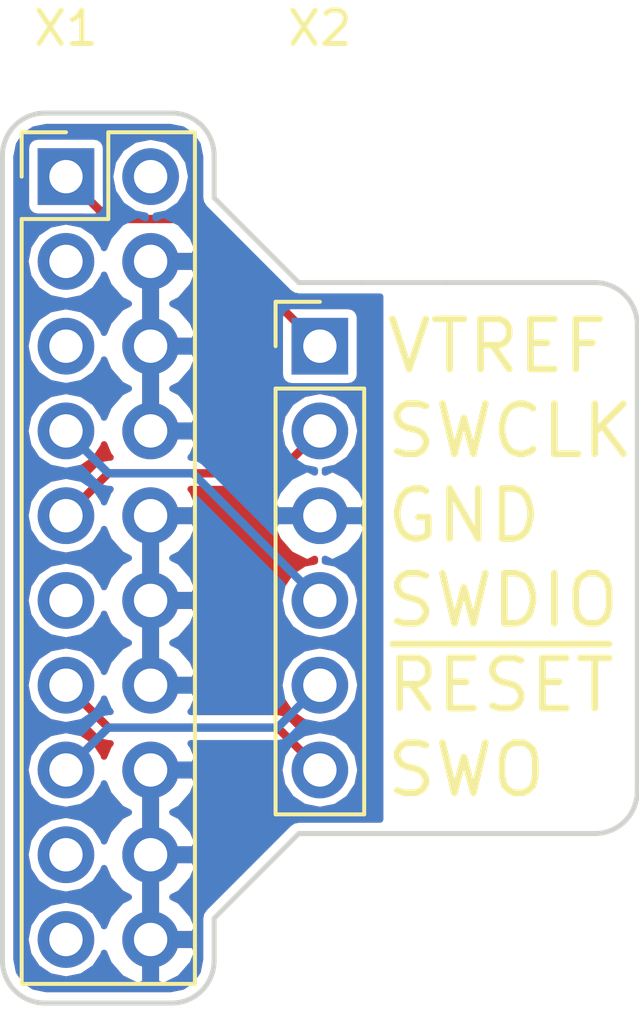
<source format=kicad_pcb>
(kicad_pcb (version 4) (host pcbnew 4.0.7)

  (general
    (links 14)
    (no_connects 0)
    (area 0 0 0 0)
    (thickness 1.6)
    (drawings 24)
    (tracks 19)
    (zones 0)
    (modules 2)
    (nets 7)
  )

  (page USLetter)
  (title_block
    (title "28-Pin to 6-Pin SWD Adapter")
    (date 2018-05-27)
    (rev 1)
    (company "Alex M.")
  )

  (layers
    (0 F.Cu signal)
    (31 B.Cu signal)
    (32 B.Adhes user)
    (33 F.Adhes user)
    (34 B.Paste user)
    (35 F.Paste user)
    (36 B.SilkS user)
    (37 F.SilkS user)
    (38 B.Mask user)
    (39 F.Mask user)
    (40 Dwgs.User user)
    (41 Cmts.User user)
    (42 Eco1.User user)
    (43 Eco2.User user)
    (44 Edge.Cuts user)
    (45 Margin user)
    (46 B.CrtYd user)
    (47 F.CrtYd user)
    (48 B.Fab user)
    (49 F.Fab user hide)
  )

  (setup
    (last_trace_width 0.25)
    (trace_clearance 0.2)
    (zone_clearance 0.25)
    (zone_45_only no)
    (trace_min 0.2)
    (segment_width 0.2)
    (edge_width 0.15)
    (via_size 0.6)
    (via_drill 0.4)
    (via_min_size 0.4)
    (via_min_drill 0.3)
    (uvia_size 0.3)
    (uvia_drill 0.1)
    (uvias_allowed no)
    (uvia_min_size 0.2)
    (uvia_min_drill 0.1)
    (pcb_text_width 0.3)
    (pcb_text_size 1.5 1.5)
    (mod_edge_width 0.15)
    (mod_text_size 1 1)
    (mod_text_width 0.15)
    (pad_size 1.524 1.524)
    (pad_drill 0.762)
    (pad_to_mask_clearance 0.2)
    (aux_axis_origin 0 0)
    (visible_elements FFFFFF7F)
    (pcbplotparams
      (layerselection 0x00030_80000001)
      (usegerberextensions false)
      (excludeedgelayer true)
      (linewidth 0.100000)
      (plotframeref false)
      (viasonmask false)
      (mode 1)
      (useauxorigin false)
      (hpglpennumber 1)
      (hpglpenspeed 20)
      (hpglpendiameter 15)
      (hpglpenoverlay 2)
      (psnegative false)
      (psa4output false)
      (plotreference true)
      (plotvalue true)
      (plotinvisibletext false)
      (padsonsilk false)
      (subtractmaskfromsilk false)
      (outputformat 1)
      (mirror false)
      (drillshape 1)
      (scaleselection 1)
      (outputdirectory ""))
  )

  (net 0 "")
  (net 1 VTref)
  (net 2 GND)
  (net 3 TMS)
  (net 4 TCK)
  (net 5 TDO)
  (net 6 ~RESET)

  (net_class Default "This is the default net class."
    (clearance 0.2)
    (trace_width 0.25)
    (via_dia 0.6)
    (via_drill 0.4)
    (uvia_dia 0.3)
    (uvia_drill 0.1)
    (add_net GND)
    (add_net TCK)
    (add_net TDO)
    (add_net TMS)
    (add_net VTref)
    (add_net ~RESET)
  )

  (module Pin_Headers:Pin_Header_Straight_2x10_Pitch2.54mm (layer F.Cu) (tedit 5B0B01C3) (tstamp 5B0AFE8B)
    (at 132.08 88.9)
    (descr "Through hole straight pin header, 2x10, 2.54mm pitch, double rows")
    (tags "Through hole pin header THT 2x10 2.54mm double row")
    (path /5B0AF9AA)
    (fp_text reference X1 (at 0 -4.445) (layer F.SilkS)
      (effects (font (size 1 1) (thickness 0.15)))
    )
    (fp_text value "Socket 2x10" (at 1.27 29.845 90) (layer F.Fab)
      (effects (font (size 1 1) (thickness 0.15)))
    )
    (fp_line (start 0 -1.27) (end 3.81 -1.27) (layer F.Fab) (width 0.1))
    (fp_line (start 3.81 -1.27) (end 3.81 24.13) (layer F.Fab) (width 0.1))
    (fp_line (start 3.81 24.13) (end -1.27 24.13) (layer F.Fab) (width 0.1))
    (fp_line (start -1.27 24.13) (end -1.27 0) (layer F.Fab) (width 0.1))
    (fp_line (start -1.27 0) (end 0 -1.27) (layer F.Fab) (width 0.1))
    (fp_line (start -1.33 24.19) (end 3.87 24.19) (layer F.SilkS) (width 0.12))
    (fp_line (start -1.33 1.27) (end -1.33 24.19) (layer F.SilkS) (width 0.12))
    (fp_line (start 3.87 -1.33) (end 3.87 24.19) (layer F.SilkS) (width 0.12))
    (fp_line (start -1.33 1.27) (end 1.27 1.27) (layer F.SilkS) (width 0.12))
    (fp_line (start 1.27 1.27) (end 1.27 -1.33) (layer F.SilkS) (width 0.12))
    (fp_line (start 1.27 -1.33) (end 3.87 -1.33) (layer F.SilkS) (width 0.12))
    (fp_line (start -1.33 0) (end -1.33 -1.33) (layer F.SilkS) (width 0.12))
    (fp_line (start -1.33 -1.33) (end 0 -1.33) (layer F.SilkS) (width 0.12))
    (fp_line (start -1.8 -1.8) (end -1.8 24.65) (layer F.CrtYd) (width 0.05))
    (fp_line (start -1.8 24.65) (end 4.35 24.65) (layer F.CrtYd) (width 0.05))
    (fp_line (start 4.35 24.65) (end 4.35 -1.8) (layer F.CrtYd) (width 0.05))
    (fp_line (start 4.35 -1.8) (end -1.8 -1.8) (layer F.CrtYd) (width 0.05))
    (fp_text user %R (at 1.27 11.43 90) (layer F.Fab)
      (effects (font (size 1 1) (thickness 0.15)))
    )
    (pad 1 thru_hole rect (at 0 0) (size 1.7 1.7) (drill 1) (layers *.Cu *.Mask)
      (net 1 VTref))
    (pad 2 thru_hole oval (at 2.54 0) (size 1.7 1.7) (drill 1) (layers *.Cu *.Mask))
    (pad 3 thru_hole oval (at 0 2.54) (size 1.7 1.7) (drill 1) (layers *.Cu *.Mask))
    (pad 4 thru_hole oval (at 2.54 2.54) (size 1.7 1.7) (drill 1) (layers *.Cu *.Mask)
      (net 2 GND))
    (pad 5 thru_hole oval (at 0 5.08) (size 1.7 1.7) (drill 1) (layers *.Cu *.Mask))
    (pad 6 thru_hole oval (at 2.54 5.08) (size 1.7 1.7) (drill 1) (layers *.Cu *.Mask)
      (net 2 GND))
    (pad 7 thru_hole oval (at 0 7.62) (size 1.7 1.7) (drill 1) (layers *.Cu *.Mask)
      (net 3 TMS))
    (pad 8 thru_hole oval (at 2.54 7.62) (size 1.7 1.7) (drill 1) (layers *.Cu *.Mask)
      (net 2 GND))
    (pad 9 thru_hole oval (at 0 10.16) (size 1.7 1.7) (drill 1) (layers *.Cu *.Mask)
      (net 4 TCK))
    (pad 10 thru_hole oval (at 2.54 10.16) (size 1.7 1.7) (drill 1) (layers *.Cu *.Mask)
      (net 2 GND))
    (pad 11 thru_hole oval (at 0 12.7) (size 1.7 1.7) (drill 1) (layers *.Cu *.Mask))
    (pad 12 thru_hole oval (at 2.54 12.7) (size 1.7 1.7) (drill 1) (layers *.Cu *.Mask)
      (net 2 GND))
    (pad 13 thru_hole oval (at 0 15.24) (size 1.7 1.7) (drill 1) (layers *.Cu *.Mask)
      (net 5 TDO))
    (pad 14 thru_hole oval (at 2.54 15.24) (size 1.7 1.7) (drill 1) (layers *.Cu *.Mask)
      (net 2 GND))
    (pad 15 thru_hole oval (at 0 17.78) (size 1.7 1.7) (drill 1) (layers *.Cu *.Mask)
      (net 6 ~RESET))
    (pad 16 thru_hole oval (at 2.54 17.78) (size 1.7 1.7) (drill 1) (layers *.Cu *.Mask)
      (net 2 GND))
    (pad 17 thru_hole oval (at 0 20.32) (size 1.7 1.7) (drill 1) (layers *.Cu *.Mask))
    (pad 18 thru_hole oval (at 2.54 20.32) (size 1.7 1.7) (drill 1) (layers *.Cu *.Mask)
      (net 2 GND))
    (pad 19 thru_hole oval (at 0 22.86) (size 1.7 1.7) (drill 1) (layers *.Cu *.Mask))
    (pad 20 thru_hole oval (at 2.54 22.86) (size 1.7 1.7) (drill 1) (layers *.Cu *.Mask)
      (net 2 GND))
    (model ${KISYS3DMOD}/Pin_Headers.3dshapes/Pin_Header_Straight_2x10_Pitch2.54mm.wrl
      (at (xyz 0 0 0))
      (scale (xyz 1 1 1))
      (rotate (xyz 0 0 0))
    )
  )

  (module Pin_Headers:Pin_Header_Straight_1x06_Pitch2.54mm (layer F.Cu) (tedit 5B0B01BD) (tstamp 5B0B0234)
    (at 139.7 93.98)
    (descr "Through hole straight pin header, 1x06, 2.54mm pitch, single row")
    (tags "Through hole pin header THT 1x06 2.54mm single row")
    (path /5B0AFCB5)
    (fp_text reference X2 (at 0 -9.525) (layer F.SilkS)
      (effects (font (size 1 1) (thickness 0.15)))
    )
    (fp_text value "Header 1x6" (at 0 19.685 90) (layer F.Fab)
      (effects (font (size 1 1) (thickness 0.15)))
    )
    (fp_line (start -0.635 -1.27) (end 1.27 -1.27) (layer F.Fab) (width 0.1))
    (fp_line (start 1.27 -1.27) (end 1.27 13.97) (layer F.Fab) (width 0.1))
    (fp_line (start 1.27 13.97) (end -1.27 13.97) (layer F.Fab) (width 0.1))
    (fp_line (start -1.27 13.97) (end -1.27 -0.635) (layer F.Fab) (width 0.1))
    (fp_line (start -1.27 -0.635) (end -0.635 -1.27) (layer F.Fab) (width 0.1))
    (fp_line (start -1.33 14.03) (end 1.33 14.03) (layer F.SilkS) (width 0.12))
    (fp_line (start -1.33 1.27) (end -1.33 14.03) (layer F.SilkS) (width 0.12))
    (fp_line (start 1.33 1.27) (end 1.33 14.03) (layer F.SilkS) (width 0.12))
    (fp_line (start -1.33 1.27) (end 1.33 1.27) (layer F.SilkS) (width 0.12))
    (fp_line (start -1.33 0) (end -1.33 -1.33) (layer F.SilkS) (width 0.12))
    (fp_line (start -1.33 -1.33) (end 0 -1.33) (layer F.SilkS) (width 0.12))
    (fp_line (start -1.8 -1.8) (end -1.8 14.5) (layer F.CrtYd) (width 0.05))
    (fp_line (start -1.8 14.5) (end 1.8 14.5) (layer F.CrtYd) (width 0.05))
    (fp_line (start 1.8 14.5) (end 1.8 -1.8) (layer F.CrtYd) (width 0.05))
    (fp_line (start 1.8 -1.8) (end -1.8 -1.8) (layer F.CrtYd) (width 0.05))
    (fp_text user %R (at 0 6.35 90) (layer F.Fab)
      (effects (font (size 1 1) (thickness 0.15)))
    )
    (pad 1 thru_hole rect (at 0 0) (size 1.7 1.7) (drill 1) (layers *.Cu *.Mask)
      (net 1 VTref))
    (pad 2 thru_hole oval (at 0 2.54) (size 1.7 1.7) (drill 1) (layers *.Cu *.Mask)
      (net 4 TCK))
    (pad 3 thru_hole oval (at 0 5.08) (size 1.7 1.7) (drill 1) (layers *.Cu *.Mask)
      (net 2 GND))
    (pad 4 thru_hole oval (at 0 7.62) (size 1.7 1.7) (drill 1) (layers *.Cu *.Mask)
      (net 3 TMS))
    (pad 5 thru_hole oval (at 0 10.16) (size 1.7 1.7) (drill 1) (layers *.Cu *.Mask)
      (net 6 ~RESET))
    (pad 6 thru_hole oval (at 0 12.7) (size 1.7 1.7) (drill 1) (layers *.Cu *.Mask)
      (net 5 TDO))
    (model ${KISYS3DMOD}/Pin_Headers.3dshapes/Pin_Header_Straight_1x06_Pitch2.54mm.wrl
      (at (xyz 0 0 0))
      (scale (xyz 1 1 1))
      (rotate (xyz 0 0 0))
    )
  )

  (gr_line (start 139.065 92.075) (end 140.97 92.075) (angle 90) (layer Edge.Cuts) (width 0.15))
  (gr_line (start 136.525 89.535) (end 139.065 92.075) (angle 90) (layer Edge.Cuts) (width 0.15))
  (gr_line (start 139.065 108.585) (end 147.955 108.585) (angle 90) (layer Edge.Cuts) (width 0.15))
  (gr_line (start 136.525 111.125) (end 139.065 108.585) (angle 90) (layer Edge.Cuts) (width 0.15))
  (gr_line (start 136.525 88.265) (end 136.525 89.535) (angle 90) (layer Edge.Cuts) (width 0.15))
  (gr_line (start 131.445 86.995) (end 135.255 86.995) (angle 90) (layer Edge.Cuts) (width 0.15))
  (gr_line (start 136.525 112.395) (end 136.525 111.125) (angle 90) (layer Edge.Cuts) (width 0.15))
  (gr_line (start 131.445 113.665) (end 135.255 113.665) (angle 90) (layer Edge.Cuts) (width 0.15))
  (gr_arc (start 135.255 112.395) (end 136.525 112.395) (angle 90) (layer Edge.Cuts) (width 0.15))
  (gr_arc (start 135.255 88.265) (end 135.255 86.995) (angle 90) (layer Edge.Cuts) (width 0.15))
  (gr_line (start 140.97 92.075) (end 143.51 92.075) (angle 90) (layer Edge.Cuts) (width 0.15))
  (gr_line (start 130.175 88.265) (end 130.175 112.395) (angle 90) (layer Edge.Cuts) (width 0.15))
  (gr_line (start 147.955 92.075) (end 143.51 92.075) (angle 90) (layer Edge.Cuts) (width 0.15))
  (gr_line (start 149.225 107.315) (end 149.225 93.345) (angle 90) (layer Edge.Cuts) (width 0.15))
  (gr_arc (start 147.955 93.345) (end 147.955 92.075) (angle 90) (layer Edge.Cuts) (width 0.15))
  (gr_arc (start 147.955 107.315) (end 149.225 107.315) (angle 90) (layer Edge.Cuts) (width 0.15))
  (gr_arc (start 131.445 112.395) (end 131.445 113.665) (angle 90) (layer Edge.Cuts) (width 0.15))
  (gr_arc (start 131.445 88.265) (end 130.175 88.265) (angle 90) (layer Edge.Cuts) (width 0.15))
  (gr_text SWO (at 141.605 106.68) (layer F.SilkS)
    (effects (font (size 1.5 1.5) (thickness 0.2)) (justify left))
  )
  (gr_text ~RESET (at 141.605 104.14) (layer F.SilkS)
    (effects (font (size 1.5 1.5) (thickness 0.2)) (justify left))
  )
  (gr_text SWDIO (at 141.605 101.6) (layer F.SilkS)
    (effects (font (size 1.5 1.5) (thickness 0.2)) (justify left))
  )
  (gr_text GND (at 141.605 99.06) (layer F.SilkS)
    (effects (font (size 1.5 1.5) (thickness 0.2)) (justify left))
  )
  (gr_text SWCLK (at 141.605 96.52) (layer F.SilkS)
    (effects (font (size 1.5 1.5) (thickness 0.2)) (justify left))
  )
  (gr_text VTREF (at 141.605 93.98) (layer F.SilkS)
    (effects (font (size 1.5 1.5) (thickness 0.2)) (justify left))
  )

  (segment (start 139.7 93.98) (end 135.89 90.17) (width 0.25) (layer F.Cu) (net 1))
  (segment (start 133.35 90.17) (end 132.08 88.9) (width 0.25) (layer F.Cu) (net 1))
  (segment (start 133.35 90.17) (end 135.89 90.17) (width 0.25) (layer F.Cu) (net 1) (tstamp 5B0B01A5))
  (segment (start 139.7 101.6) (end 135.89 97.79) (width 0.25) (layer B.Cu) (net 3))
  (segment (start 133.35 97.79) (end 132.08 96.52) (width 0.25) (layer B.Cu) (net 3))
  (segment (start 133.35 97.79) (end 135.89 97.79) (width 0.25) (layer B.Cu) (net 3) (tstamp 5B0B01B2))
  (segment (start 135.89 97.79) (end 138.43 97.79) (width 0.25) (layer F.Cu) (net 4))
  (segment (start 132.08 99.06) (end 133.35 97.79) (width 0.25) (layer F.Cu) (net 4))
  (segment (start 133.35 97.79) (end 135.89 97.79) (width 0.25) (layer F.Cu) (net 4) (tstamp 5B0B01AF))
  (segment (start 138.43 97.79) (end 139.7 96.52) (width 0.25) (layer F.Cu) (net 4) (tstamp 5B0B0228))
  (segment (start 132.08 104.14) (end 133.35 105.41) (width 0.25) (layer F.Cu) (net 5))
  (segment (start 138.43 105.41) (end 139.7 106.68) (width 0.25) (layer F.Cu) (net 5) (tstamp 5B0B0B43))
  (segment (start 133.35 105.41) (end 138.43 105.41) (width 0.25) (layer F.Cu) (net 5) (tstamp 5B0B0B41))
  (segment (start 132.08 106.68) (end 133.35 105.41) (width 0.25) (layer B.Cu) (net 6))
  (segment (start 138.43 105.41) (end 139.7 104.14) (width 0.25) (layer B.Cu) (net 6) (tstamp 5B0B0B3C))
  (segment (start 137.795 105.41) (end 138.43 105.41) (width 0.25) (layer B.Cu) (net 6) (tstamp 5B0B0B3B))
  (segment (start 137.16 105.41) (end 137.795 105.41) (width 0.25) (layer B.Cu) (net 6) (tstamp 5B0B0B38))
  (segment (start 135.89 105.41) (end 137.16 105.41) (width 0.25) (layer B.Cu) (net 6) (tstamp 5B0B0B32))
  (segment (start 133.35 105.41) (end 135.89 105.41) (width 0.25) (layer B.Cu) (net 6) (tstamp 5B0B0B31))

  (zone (net 2) (net_name GND) (layer F.Cu) (tstamp 5B0B0AFF) (hatch edge 0.508)
    (connect_pads (clearance 0.25))
    (min_thickness 0.2)
    (fill yes (arc_segments 16) (thermal_gap 0.508) (thermal_bridge_width 0.508))
    (polygon
      (pts
        (xy 141.605 114.3) (xy 130.175 114.3) (xy 130.175 86.995) (xy 141.605 86.995)
      )
    )
    (filled_polygon
      (pts
        (xy 135.575182 87.492015) (xy 135.846618 87.673382) (xy 136.027986 87.944819) (xy 136.1 88.30686) (xy 136.1 89.535)
        (xy 136.126984 89.670657) (xy 136.132351 89.697641) (xy 136.221669 89.831313) (xy 136.071775 89.731157) (xy 135.89 89.695)
        (xy 135.527803 89.695) (xy 135.752164 89.35922) (xy 135.843509 88.9) (xy 135.752164 88.44078) (xy 135.492037 88.051472)
        (xy 135.102729 87.791345) (xy 134.643509 87.7) (xy 134.596491 87.7) (xy 134.137271 87.791345) (xy 133.747963 88.051472)
        (xy 133.487836 88.44078) (xy 133.396491 88.9) (xy 133.487836 89.35922) (xy 133.712197 89.695) (xy 133.546752 89.695)
        (xy 133.286856 89.435104) (xy 133.286856 88.05) (xy 133.262451 87.920298) (xy 133.185797 87.801175) (xy 133.068837 87.721259)
        (xy 132.93 87.693144) (xy 131.23 87.693144) (xy 131.100298 87.717549) (xy 130.981175 87.794203) (xy 130.901259 87.911163)
        (xy 130.873144 88.05) (xy 130.873144 89.75) (xy 130.897549 89.879702) (xy 130.974203 89.998825) (xy 131.091163 90.078741)
        (xy 131.23 90.106856) (xy 132.615104 90.106856) (xy 133.014124 90.505876) (xy 133.168225 90.608843) (xy 133.35 90.645)
        (xy 133.415486 90.645) (xy 133.356523 90.712384) (xy 133.222934 91.034925) (xy 133.212164 90.98078) (xy 132.952037 90.591472)
        (xy 132.562729 90.331345) (xy 132.103509 90.24) (xy 132.056491 90.24) (xy 131.597271 90.331345) (xy 131.207963 90.591472)
        (xy 130.947836 90.98078) (xy 130.856491 91.44) (xy 130.947836 91.89922) (xy 131.207963 92.288528) (xy 131.597271 92.548655)
        (xy 132.056491 92.64) (xy 132.103509 92.64) (xy 132.562729 92.548655) (xy 132.952037 92.288528) (xy 133.212164 91.89922)
        (xy 133.222934 91.845075) (xy 133.356523 92.167616) (xy 133.731146 92.595741) (xy 133.962199 92.71) (xy 133.731146 92.824259)
        (xy 133.356523 93.252384) (xy 133.222934 93.574925) (xy 133.212164 93.52078) (xy 132.952037 93.131472) (xy 132.562729 92.871345)
        (xy 132.103509 92.78) (xy 132.056491 92.78) (xy 131.597271 92.871345) (xy 131.207963 93.131472) (xy 130.947836 93.52078)
        (xy 130.856491 93.98) (xy 130.947836 94.43922) (xy 131.207963 94.828528) (xy 131.597271 95.088655) (xy 132.056491 95.18)
        (xy 132.103509 95.18) (xy 132.562729 95.088655) (xy 132.952037 94.828528) (xy 133.212164 94.43922) (xy 133.222934 94.385075)
        (xy 133.356523 94.707616) (xy 133.731146 95.135741) (xy 133.962199 95.25) (xy 133.731146 95.364259) (xy 133.356523 95.792384)
        (xy 133.222934 96.114925) (xy 133.212164 96.06078) (xy 132.952037 95.671472) (xy 132.562729 95.411345) (xy 132.103509 95.32)
        (xy 132.056491 95.32) (xy 131.597271 95.411345) (xy 131.207963 95.671472) (xy 130.947836 96.06078) (xy 130.856491 96.52)
        (xy 130.947836 96.97922) (xy 131.207963 97.368528) (xy 131.597271 97.628655) (xy 132.056491 97.72) (xy 132.103509 97.72)
        (xy 132.562729 97.628655) (xy 132.952037 97.368528) (xy 133.212164 96.97922) (xy 133.222934 96.925075) (xy 133.356523 97.247616)
        (xy 133.415486 97.315) (xy 133.35 97.315) (xy 133.168225 97.351157) (xy 133.014124 97.454124) (xy 132.524506 97.943742)
        (xy 132.103509 97.86) (xy 132.056491 97.86) (xy 131.597271 97.951345) (xy 131.207963 98.211472) (xy 130.947836 98.60078)
        (xy 130.856491 99.06) (xy 130.947836 99.51922) (xy 131.207963 99.908528) (xy 131.597271 100.168655) (xy 132.056491 100.26)
        (xy 132.103509 100.26) (xy 132.562729 100.168655) (xy 132.952037 99.908528) (xy 133.212164 99.51922) (xy 133.222934 99.465075)
        (xy 133.356523 99.787616) (xy 133.731146 100.215741) (xy 133.962199 100.33) (xy 133.731146 100.444259) (xy 133.356523 100.872384)
        (xy 133.222934 101.194925) (xy 133.212164 101.14078) (xy 132.952037 100.751472) (xy 132.562729 100.491345) (xy 132.103509 100.4)
        (xy 132.056491 100.4) (xy 131.597271 100.491345) (xy 131.207963 100.751472) (xy 130.947836 101.14078) (xy 130.856491 101.6)
        (xy 130.947836 102.05922) (xy 131.207963 102.448528) (xy 131.597271 102.708655) (xy 132.056491 102.8) (xy 132.103509 102.8)
        (xy 132.562729 102.708655) (xy 132.952037 102.448528) (xy 133.212164 102.05922) (xy 133.222934 102.005075) (xy 133.356523 102.327616)
        (xy 133.731146 102.755741) (xy 133.962199 102.87) (xy 133.731146 102.984259) (xy 133.356523 103.412384) (xy 133.222934 103.734925)
        (xy 133.212164 103.68078) (xy 132.952037 103.291472) (xy 132.562729 103.031345) (xy 132.103509 102.94) (xy 132.056491 102.94)
        (xy 131.597271 103.031345) (xy 131.207963 103.291472) (xy 130.947836 103.68078) (xy 130.856491 104.14) (xy 130.947836 104.59922)
        (xy 131.207963 104.988528) (xy 131.597271 105.248655) (xy 132.056491 105.34) (xy 132.103509 105.34) (xy 132.524506 105.256258)
        (xy 133.014124 105.745876) (xy 133.168225 105.848843) (xy 133.35 105.885) (xy 133.415486 105.885) (xy 133.356523 105.952384)
        (xy 133.222934 106.274925) (xy 133.212164 106.22078) (xy 132.952037 105.831472) (xy 132.562729 105.571345) (xy 132.103509 105.48)
        (xy 132.056491 105.48) (xy 131.597271 105.571345) (xy 131.207963 105.831472) (xy 130.947836 106.22078) (xy 130.856491 106.68)
        (xy 130.947836 107.13922) (xy 131.207963 107.528528) (xy 131.597271 107.788655) (xy 132.056491 107.88) (xy 132.103509 107.88)
        (xy 132.562729 107.788655) (xy 132.952037 107.528528) (xy 133.212164 107.13922) (xy 133.222934 107.085075) (xy 133.356523 107.407616)
        (xy 133.731146 107.835741) (xy 133.962199 107.95) (xy 133.731146 108.064259) (xy 133.356523 108.492384) (xy 133.222934 108.814925)
        (xy 133.212164 108.76078) (xy 132.952037 108.371472) (xy 132.562729 108.111345) (xy 132.103509 108.02) (xy 132.056491 108.02)
        (xy 131.597271 108.111345) (xy 131.207963 108.371472) (xy 130.947836 108.76078) (xy 130.856491 109.22) (xy 130.947836 109.67922)
        (xy 131.207963 110.068528) (xy 131.597271 110.328655) (xy 132.056491 110.42) (xy 132.103509 110.42) (xy 132.562729 110.328655)
        (xy 132.952037 110.068528) (xy 133.212164 109.67922) (xy 133.222934 109.625075) (xy 133.356523 109.947616) (xy 133.731146 110.375741)
        (xy 133.962199 110.49) (xy 133.731146 110.604259) (xy 133.356523 111.032384) (xy 133.222934 111.354925) (xy 133.212164 111.30078)
        (xy 132.952037 110.911472) (xy 132.562729 110.651345) (xy 132.103509 110.56) (xy 132.056491 110.56) (xy 131.597271 110.651345)
        (xy 131.207963 110.911472) (xy 130.947836 111.30078) (xy 130.856491 111.76) (xy 130.947836 112.21922) (xy 131.207963 112.608528)
        (xy 131.597271 112.868655) (xy 132.056491 112.96) (xy 132.103509 112.96) (xy 132.562729 112.868655) (xy 132.952037 112.608528)
        (xy 133.212164 112.21922) (xy 133.222934 112.165075) (xy 133.356523 112.487616) (xy 133.731146 112.915741) (xy 134.241089 113.167915)
        (xy 134.466 113.057856) (xy 134.466 111.914) (xy 134.774 111.914) (xy 134.774 113.057856) (xy 134.998911 113.167915)
        (xy 135.508854 112.915741) (xy 135.883477 112.487616) (xy 136.027903 112.13891) (xy 135.916889 111.914) (xy 134.774 111.914)
        (xy 134.466 111.914) (xy 134.446 111.914) (xy 134.446 111.606) (xy 134.466 111.606) (xy 134.466 109.374)
        (xy 134.774 109.374) (xy 134.774 111.606) (xy 135.916889 111.606) (xy 136.027903 111.38109) (xy 135.883477 111.032384)
        (xy 135.508854 110.604259) (xy 135.277801 110.49) (xy 135.508854 110.375741) (xy 135.883477 109.947616) (xy 136.027903 109.59891)
        (xy 135.916889 109.374) (xy 134.774 109.374) (xy 134.466 109.374) (xy 134.446 109.374) (xy 134.446 109.066)
        (xy 134.466 109.066) (xy 134.466 106.834) (xy 134.774 106.834) (xy 134.774 109.066) (xy 135.916889 109.066)
        (xy 136.027903 108.84109) (xy 135.883477 108.492384) (xy 135.508854 108.064259) (xy 135.277801 107.95) (xy 135.508854 107.835741)
        (xy 135.883477 107.407616) (xy 136.027903 107.05891) (xy 135.916889 106.834) (xy 134.774 106.834) (xy 134.466 106.834)
        (xy 134.446 106.834) (xy 134.446 106.526) (xy 134.466 106.526) (xy 134.466 106.506) (xy 134.774 106.506)
        (xy 134.774 106.526) (xy 135.916889 106.526) (xy 136.027903 106.30109) (xy 135.883477 105.952384) (xy 135.824514 105.885)
        (xy 138.233248 105.885) (xy 138.568313 106.220065) (xy 138.567836 106.22078) (xy 138.476491 106.68) (xy 138.567836 107.13922)
        (xy 138.827963 107.528528) (xy 139.217271 107.788655) (xy 139.676491 107.88) (xy 139.723509 107.88) (xy 140.182729 107.788655)
        (xy 140.572037 107.528528) (xy 140.832164 107.13922) (xy 140.923509 106.68) (xy 140.832164 106.22078) (xy 140.572037 105.831472)
        (xy 140.182729 105.571345) (xy 139.723509 105.48) (xy 139.676491 105.48) (xy 139.255494 105.563742) (xy 138.765876 105.074124)
        (xy 138.611775 104.971157) (xy 138.43 104.935) (xy 135.824514 104.935) (xy 135.883477 104.867616) (xy 136.027903 104.51891)
        (xy 135.916889 104.294) (xy 134.774 104.294) (xy 134.774 104.314) (xy 134.466 104.314) (xy 134.466 104.294)
        (xy 134.446 104.294) (xy 134.446 104.14) (xy 138.476491 104.14) (xy 138.567836 104.59922) (xy 138.827963 104.988528)
        (xy 139.217271 105.248655) (xy 139.676491 105.34) (xy 139.723509 105.34) (xy 140.182729 105.248655) (xy 140.572037 104.988528)
        (xy 140.832164 104.59922) (xy 140.923509 104.14) (xy 140.832164 103.68078) (xy 140.572037 103.291472) (xy 140.182729 103.031345)
        (xy 139.723509 102.94) (xy 139.676491 102.94) (xy 139.217271 103.031345) (xy 138.827963 103.291472) (xy 138.567836 103.68078)
        (xy 138.476491 104.14) (xy 134.446 104.14) (xy 134.446 103.986) (xy 134.466 103.986) (xy 134.466 101.754)
        (xy 134.774 101.754) (xy 134.774 103.986) (xy 135.916889 103.986) (xy 136.027903 103.76109) (xy 135.883477 103.412384)
        (xy 135.508854 102.984259) (xy 135.277801 102.87) (xy 135.508854 102.755741) (xy 135.883477 102.327616) (xy 136.027903 101.97891)
        (xy 135.916889 101.754) (xy 134.774 101.754) (xy 134.466 101.754) (xy 134.446 101.754) (xy 134.446 101.446)
        (xy 134.466 101.446) (xy 134.466 99.214) (xy 134.774 99.214) (xy 134.774 101.446) (xy 135.916889 101.446)
        (xy 136.027903 101.22109) (xy 135.883477 100.872384) (xy 135.508854 100.444259) (xy 135.277801 100.33) (xy 135.508854 100.215741)
        (xy 135.883477 99.787616) (xy 136.027903 99.43891) (xy 138.292097 99.43891) (xy 138.436523 99.787616) (xy 138.811146 100.215741)
        (xy 139.321089 100.467915) (xy 139.545998 100.357857) (xy 139.545998 100.425957) (xy 139.217271 100.491345) (xy 138.827963 100.751472)
        (xy 138.567836 101.14078) (xy 138.476491 101.6) (xy 138.567836 102.05922) (xy 138.827963 102.448528) (xy 139.217271 102.708655)
        (xy 139.676491 102.8) (xy 139.723509 102.8) (xy 140.182729 102.708655) (xy 140.572037 102.448528) (xy 140.832164 102.05922)
        (xy 140.923509 101.6) (xy 140.832164 101.14078) (xy 140.572037 100.751472) (xy 140.182729 100.491345) (xy 139.854002 100.425957)
        (xy 139.854002 100.357857) (xy 140.078911 100.467915) (xy 140.588854 100.215741) (xy 140.963477 99.787616) (xy 141.107903 99.43891)
        (xy 140.996889 99.214) (xy 139.854 99.214) (xy 139.854 99.234) (xy 139.546 99.234) (xy 139.546 99.214)
        (xy 138.403111 99.214) (xy 138.292097 99.43891) (xy 136.027903 99.43891) (xy 135.916889 99.214) (xy 134.774 99.214)
        (xy 134.466 99.214) (xy 134.446 99.214) (xy 134.446 98.906) (xy 134.466 98.906) (xy 134.466 98.886)
        (xy 134.774 98.886) (xy 134.774 98.906) (xy 135.916889 98.906) (xy 136.027903 98.68109) (xy 135.883477 98.332384)
        (xy 135.824514 98.265) (xy 138.43 98.265) (xy 138.509286 98.249229) (xy 138.436523 98.332384) (xy 138.292097 98.68109)
        (xy 138.403111 98.906) (xy 139.546 98.906) (xy 139.546 98.886) (xy 139.854 98.886) (xy 139.854 98.906)
        (xy 140.996889 98.906) (xy 141.107903 98.68109) (xy 140.963477 98.332384) (xy 140.588854 97.904259) (xy 140.078911 97.652085)
        (xy 139.854002 97.762143) (xy 139.854002 97.694043) (xy 140.182729 97.628655) (xy 140.572037 97.368528) (xy 140.832164 96.97922)
        (xy 140.923509 96.52) (xy 140.832164 96.06078) (xy 140.572037 95.671472) (xy 140.182729 95.411345) (xy 139.723509 95.32)
        (xy 139.676491 95.32) (xy 139.217271 95.411345) (xy 138.827963 95.671472) (xy 138.567836 96.06078) (xy 138.476491 96.52)
        (xy 138.567836 96.97922) (xy 138.568313 96.979935) (xy 138.233248 97.315) (xy 135.824514 97.315) (xy 135.883477 97.247616)
        (xy 136.027903 96.89891) (xy 135.916889 96.674) (xy 134.774 96.674) (xy 134.774 96.694) (xy 134.466 96.694)
        (xy 134.466 96.674) (xy 134.446 96.674) (xy 134.446 96.366) (xy 134.466 96.366) (xy 134.466 94.134)
        (xy 134.774 94.134) (xy 134.774 96.366) (xy 135.916889 96.366) (xy 136.027903 96.14109) (xy 135.883477 95.792384)
        (xy 135.508854 95.364259) (xy 135.277801 95.25) (xy 135.508854 95.135741) (xy 135.883477 94.707616) (xy 136.027903 94.35891)
        (xy 135.916889 94.134) (xy 134.774 94.134) (xy 134.466 94.134) (xy 134.446 94.134) (xy 134.446 93.826)
        (xy 134.466 93.826) (xy 134.466 91.594) (xy 134.774 91.594) (xy 134.774 93.826) (xy 135.916889 93.826)
        (xy 136.027903 93.60109) (xy 135.883477 93.252384) (xy 135.508854 92.824259) (xy 135.277801 92.71) (xy 135.508854 92.595741)
        (xy 135.883477 92.167616) (xy 136.027903 91.81891) (xy 135.916889 91.594) (xy 134.774 91.594) (xy 134.466 91.594)
        (xy 134.446 91.594) (xy 134.446 91.286) (xy 134.466 91.286) (xy 134.466 91.266) (xy 134.774 91.266)
        (xy 134.774 91.286) (xy 135.916889 91.286) (xy 136.027903 91.06109) (xy 135.970328 90.92208) (xy 138.493144 93.444895)
        (xy 138.493144 94.83) (xy 138.517549 94.959702) (xy 138.594203 95.078825) (xy 138.711163 95.158741) (xy 138.85 95.186856)
        (xy 140.55 95.186856) (xy 140.679702 95.162451) (xy 140.798825 95.085797) (xy 140.878741 94.968837) (xy 140.906856 94.83)
        (xy 140.906856 93.13) (xy 140.882451 93.000298) (xy 140.805797 92.881175) (xy 140.688837 92.801259) (xy 140.55 92.773144)
        (xy 139.164895 92.773144) (xy 138.772894 92.381143) (xy 138.843583 92.428375) (xy 138.90236 92.467649) (xy 139.065 92.5)
        (xy 141.505 92.5) (xy 141.505 108.16) (xy 139.065 108.16) (xy 138.90236 108.192351) (xy 138.902358 108.192352)
        (xy 138.902359 108.192352) (xy 138.764479 108.28448) (xy 136.22448 110.82448) (xy 136.132351 110.962359) (xy 136.132351 110.96236)
        (xy 136.1 111.125) (xy 136.1 112.35314) (xy 136.027986 112.715181) (xy 135.846618 112.986618) (xy 135.575182 113.167985)
        (xy 135.21314 113.24) (xy 131.48686 113.24) (xy 131.124819 113.167986) (xy 130.853382 112.986618) (xy 130.672015 112.715182)
        (xy 130.6 112.35314) (xy 130.6 88.30686) (xy 130.672015 87.944818) (xy 130.853382 87.673382) (xy 131.124819 87.492014)
        (xy 131.48686 87.42) (xy 135.21314 87.42)
      )
    )
  )
  (zone (net 2) (net_name GND) (layer B.Cu) (tstamp 5B0B0B1B) (hatch edge 0.508)
    (connect_pads (clearance 0.25))
    (min_thickness 0.2)
    (fill yes (arc_segments 16) (thermal_gap 0.508) (thermal_bridge_width 0.508))
    (polygon
      (pts
        (xy 141.605 114.3) (xy 130.175 114.3) (xy 130.175 86.995) (xy 141.605 86.995)
      )
    )
    (filled_polygon
      (pts
        (xy 135.575182 87.492015) (xy 135.846618 87.673382) (xy 136.027986 87.944819) (xy 136.1 88.30686) (xy 136.1 89.535)
        (xy 136.126984 89.670657) (xy 136.132351 89.697641) (xy 136.22448 89.83552) (xy 138.764479 92.37552) (xy 138.843583 92.428375)
        (xy 138.90236 92.467649) (xy 139.065 92.5) (xy 141.505 92.5) (xy 141.505 108.16) (xy 139.065 108.16)
        (xy 138.90236 108.192351) (xy 138.902358 108.192352) (xy 138.902359 108.192352) (xy 138.764479 108.28448) (xy 136.22448 110.82448)
        (xy 136.132351 110.962359) (xy 136.132351 110.96236) (xy 136.1 111.125) (xy 136.1 112.35314) (xy 136.027986 112.715181)
        (xy 135.846618 112.986618) (xy 135.575182 113.167985) (xy 135.21314 113.24) (xy 131.48686 113.24) (xy 131.124819 113.167986)
        (xy 130.853382 112.986618) (xy 130.672015 112.715182) (xy 130.6 112.35314) (xy 130.6 91.44) (xy 130.856491 91.44)
        (xy 130.947836 91.89922) (xy 131.207963 92.288528) (xy 131.597271 92.548655) (xy 132.056491 92.64) (xy 132.103509 92.64)
        (xy 132.562729 92.548655) (xy 132.952037 92.288528) (xy 133.212164 91.89922) (xy 133.222934 91.845075) (xy 133.356523 92.167616)
        (xy 133.731146 92.595741) (xy 133.962199 92.71) (xy 133.731146 92.824259) (xy 133.356523 93.252384) (xy 133.222934 93.574925)
        (xy 133.212164 93.52078) (xy 132.952037 93.131472) (xy 132.562729 92.871345) (xy 132.103509 92.78) (xy 132.056491 92.78)
        (xy 131.597271 92.871345) (xy 131.207963 93.131472) (xy 130.947836 93.52078) (xy 130.856491 93.98) (xy 130.947836 94.43922)
        (xy 131.207963 94.828528) (xy 131.597271 95.088655) (xy 132.056491 95.18) (xy 132.103509 95.18) (xy 132.562729 95.088655)
        (xy 132.952037 94.828528) (xy 133.212164 94.43922) (xy 133.222934 94.385075) (xy 133.356523 94.707616) (xy 133.731146 95.135741)
        (xy 133.962199 95.25) (xy 133.731146 95.364259) (xy 133.356523 95.792384) (xy 133.222934 96.114925) (xy 133.212164 96.06078)
        (xy 132.952037 95.671472) (xy 132.562729 95.411345) (xy 132.103509 95.32) (xy 132.056491 95.32) (xy 131.597271 95.411345)
        (xy 131.207963 95.671472) (xy 130.947836 96.06078) (xy 130.856491 96.52) (xy 130.947836 96.97922) (xy 131.207963 97.368528)
        (xy 131.597271 97.628655) (xy 132.056491 97.72) (xy 132.103509 97.72) (xy 132.524506 97.636258) (xy 133.014124 98.125876)
        (xy 133.168225 98.228843) (xy 133.35 98.265) (xy 133.415486 98.265) (xy 133.356523 98.332384) (xy 133.222934 98.654925)
        (xy 133.212164 98.60078) (xy 132.952037 98.211472) (xy 132.562729 97.951345) (xy 132.103509 97.86) (xy 132.056491 97.86)
        (xy 131.597271 97.951345) (xy 131.207963 98.211472) (xy 130.947836 98.60078) (xy 130.856491 99.06) (xy 130.947836 99.51922)
        (xy 131.207963 99.908528) (xy 131.597271 100.168655) (xy 132.056491 100.26) (xy 132.103509 100.26) (xy 132.562729 100.168655)
        (xy 132.952037 99.908528) (xy 133.212164 99.51922) (xy 133.222934 99.465075) (xy 133.356523 99.787616) (xy 133.731146 100.215741)
        (xy 133.962199 100.33) (xy 133.731146 100.444259) (xy 133.356523 100.872384) (xy 133.222934 101.194925) (xy 133.212164 101.14078)
        (xy 132.952037 100.751472) (xy 132.562729 100.491345) (xy 132.103509 100.4) (xy 132.056491 100.4) (xy 131.597271 100.491345)
        (xy 131.207963 100.751472) (xy 130.947836 101.14078) (xy 130.856491 101.6) (xy 130.947836 102.05922) (xy 131.207963 102.448528)
        (xy 131.597271 102.708655) (xy 132.056491 102.8) (xy 132.103509 102.8) (xy 132.562729 102.708655) (xy 132.952037 102.448528)
        (xy 133.212164 102.05922) (xy 133.222934 102.005075) (xy 133.356523 102.327616) (xy 133.731146 102.755741) (xy 133.962199 102.87)
        (xy 133.731146 102.984259) (xy 133.356523 103.412384) (xy 133.222934 103.734925) (xy 133.212164 103.68078) (xy 132.952037 103.291472)
        (xy 132.562729 103.031345) (xy 132.103509 102.94) (xy 132.056491 102.94) (xy 131.597271 103.031345) (xy 131.207963 103.291472)
        (xy 130.947836 103.68078) (xy 130.856491 104.14) (xy 130.947836 104.59922) (xy 131.207963 104.988528) (xy 131.597271 105.248655)
        (xy 132.056491 105.34) (xy 132.103509 105.34) (xy 132.562729 105.248655) (xy 132.952037 104.988528) (xy 133.212164 104.59922)
        (xy 133.222934 104.545075) (xy 133.356523 104.867616) (xy 133.415486 104.935) (xy 133.35 104.935) (xy 133.168225 104.971157)
        (xy 133.014124 105.074124) (xy 132.524506 105.563742) (xy 132.103509 105.48) (xy 132.056491 105.48) (xy 131.597271 105.571345)
        (xy 131.207963 105.831472) (xy 130.947836 106.22078) (xy 130.856491 106.68) (xy 130.947836 107.13922) (xy 131.207963 107.528528)
        (xy 131.597271 107.788655) (xy 132.056491 107.88) (xy 132.103509 107.88) (xy 132.562729 107.788655) (xy 132.952037 107.528528)
        (xy 133.212164 107.13922) (xy 133.222934 107.085075) (xy 133.356523 107.407616) (xy 133.731146 107.835741) (xy 133.962199 107.95)
        (xy 133.731146 108.064259) (xy 133.356523 108.492384) (xy 133.222934 108.814925) (xy 133.212164 108.76078) (xy 132.952037 108.371472)
        (xy 132.562729 108.111345) (xy 132.103509 108.02) (xy 132.056491 108.02) (xy 131.597271 108.111345) (xy 131.207963 108.371472)
        (xy 130.947836 108.76078) (xy 130.856491 109.22) (xy 130.947836 109.67922) (xy 131.207963 110.068528) (xy 131.597271 110.328655)
        (xy 132.056491 110.42) (xy 132.103509 110.42) (xy 132.562729 110.328655) (xy 132.952037 110.068528) (xy 133.212164 109.67922)
        (xy 133.222934 109.625075) (xy 133.356523 109.947616) (xy 133.731146 110.375741) (xy 133.962199 110.49) (xy 133.731146 110.604259)
        (xy 133.356523 111.032384) (xy 133.222934 111.354925) (xy 133.212164 111.30078) (xy 132.952037 110.911472) (xy 132.562729 110.651345)
        (xy 132.103509 110.56) (xy 132.056491 110.56) (xy 131.597271 110.651345) (xy 131.207963 110.911472) (xy 130.947836 111.30078)
        (xy 130.856491 111.76) (xy 130.947836 112.21922) (xy 131.207963 112.608528) (xy 131.597271 112.868655) (xy 132.056491 112.96)
        (xy 132.103509 112.96) (xy 132.562729 112.868655) (xy 132.952037 112.608528) (xy 133.212164 112.21922) (xy 133.222934 112.165075)
        (xy 133.356523 112.487616) (xy 133.731146 112.915741) (xy 134.241089 113.167915) (xy 134.466 113.057856) (xy 134.466 111.914)
        (xy 134.774 111.914) (xy 134.774 113.057856) (xy 134.998911 113.167915) (xy 135.508854 112.915741) (xy 135.883477 112.487616)
        (xy 136.027903 112.13891) (xy 135.916889 111.914) (xy 134.774 111.914) (xy 134.466 111.914) (xy 134.446 111.914)
        (xy 134.446 111.606) (xy 134.466 111.606) (xy 134.466 109.374) (xy 134.774 109.374) (xy 134.774 111.606)
        (xy 135.916889 111.606) (xy 136.027903 111.38109) (xy 135.883477 111.032384) (xy 135.508854 110.604259) (xy 135.277801 110.49)
        (xy 135.508854 110.375741) (xy 135.883477 109.947616) (xy 136.027903 109.59891) (xy 135.916889 109.374) (xy 134.774 109.374)
        (xy 134.466 109.374) (xy 134.446 109.374) (xy 134.446 109.066) (xy 134.466 109.066) (xy 134.466 106.834)
        (xy 134.774 106.834) (xy 134.774 109.066) (xy 135.916889 109.066) (xy 136.027903 108.84109) (xy 135.883477 108.492384)
        (xy 135.508854 108.064259) (xy 135.277801 107.95) (xy 135.508854 107.835741) (xy 135.883477 107.407616) (xy 136.027903 107.05891)
        (xy 135.916889 106.834) (xy 134.774 106.834) (xy 134.466 106.834) (xy 134.446 106.834) (xy 134.446 106.68)
        (xy 138.476491 106.68) (xy 138.567836 107.13922) (xy 138.827963 107.528528) (xy 139.217271 107.788655) (xy 139.676491 107.88)
        (xy 139.723509 107.88) (xy 140.182729 107.788655) (xy 140.572037 107.528528) (xy 140.832164 107.13922) (xy 140.923509 106.68)
        (xy 140.832164 106.22078) (xy 140.572037 105.831472) (xy 140.182729 105.571345) (xy 139.723509 105.48) (xy 139.676491 105.48)
        (xy 139.217271 105.571345) (xy 138.827963 105.831472) (xy 138.567836 106.22078) (xy 138.476491 106.68) (xy 134.446 106.68)
        (xy 134.446 106.526) (xy 134.466 106.526) (xy 134.466 106.506) (xy 134.774 106.506) (xy 134.774 106.526)
        (xy 135.916889 106.526) (xy 136.027903 106.30109) (xy 135.883477 105.952384) (xy 135.824514 105.885) (xy 138.43 105.885)
        (xy 138.611775 105.848843) (xy 138.765876 105.745876) (xy 139.255494 105.256258) (xy 139.676491 105.34) (xy 139.723509 105.34)
        (xy 140.182729 105.248655) (xy 140.572037 104.988528) (xy 140.832164 104.59922) (xy 140.923509 104.14) (xy 140.832164 103.68078)
        (xy 140.572037 103.291472) (xy 140.182729 103.031345) (xy 139.723509 102.94) (xy 139.676491 102.94) (xy 139.217271 103.031345)
        (xy 138.827963 103.291472) (xy 138.567836 103.68078) (xy 138.476491 104.14) (xy 138.567836 104.59922) (xy 138.568313 104.599935)
        (xy 138.233248 104.935) (xy 135.824514 104.935) (xy 135.883477 104.867616) (xy 136.027903 104.51891) (xy 135.916889 104.294)
        (xy 134.774 104.294) (xy 134.774 104.314) (xy 134.466 104.314) (xy 134.466 104.294) (xy 134.446 104.294)
        (xy 134.446 103.986) (xy 134.466 103.986) (xy 134.466 101.754) (xy 134.774 101.754) (xy 134.774 103.986)
        (xy 135.916889 103.986) (xy 136.027903 103.76109) (xy 135.883477 103.412384) (xy 135.508854 102.984259) (xy 135.277801 102.87)
        (xy 135.508854 102.755741) (xy 135.883477 102.327616) (xy 136.027903 101.97891) (xy 135.916889 101.754) (xy 134.774 101.754)
        (xy 134.466 101.754) (xy 134.446 101.754) (xy 134.446 101.446) (xy 134.466 101.446) (xy 134.466 99.214)
        (xy 134.774 99.214) (xy 134.774 101.446) (xy 135.916889 101.446) (xy 136.027903 101.22109) (xy 135.883477 100.872384)
        (xy 135.508854 100.444259) (xy 135.277801 100.33) (xy 135.508854 100.215741) (xy 135.883477 99.787616) (xy 136.027903 99.43891)
        (xy 135.916889 99.214) (xy 134.774 99.214) (xy 134.466 99.214) (xy 134.446 99.214) (xy 134.446 98.906)
        (xy 134.466 98.906) (xy 134.466 98.886) (xy 134.774 98.886) (xy 134.774 98.906) (xy 135.916889 98.906)
        (xy 136.027903 98.68109) (xy 135.970328 98.54208) (xy 138.568314 101.140065) (xy 138.567836 101.14078) (xy 138.476491 101.6)
        (xy 138.567836 102.05922) (xy 138.827963 102.448528) (xy 139.217271 102.708655) (xy 139.676491 102.8) (xy 139.723509 102.8)
        (xy 140.182729 102.708655) (xy 140.572037 102.448528) (xy 140.832164 102.05922) (xy 140.923509 101.6) (xy 140.832164 101.14078)
        (xy 140.572037 100.751472) (xy 140.182729 100.491345) (xy 139.854002 100.425957) (xy 139.854002 100.357857) (xy 140.078911 100.467915)
        (xy 140.588854 100.215741) (xy 140.963477 99.787616) (xy 141.107903 99.43891) (xy 140.996889 99.214) (xy 139.854 99.214)
        (xy 139.854 99.234) (xy 139.546 99.234) (xy 139.546 99.214) (xy 138.403111 99.214) (xy 138.292097 99.43891)
        (xy 138.349672 99.577921) (xy 137.452842 98.68109) (xy 138.292097 98.68109) (xy 138.403111 98.906) (xy 139.546 98.906)
        (xy 139.546 98.886) (xy 139.854 98.886) (xy 139.854 98.906) (xy 140.996889 98.906) (xy 141.107903 98.68109)
        (xy 140.963477 98.332384) (xy 140.588854 97.904259) (xy 140.078911 97.652085) (xy 139.854002 97.762143) (xy 139.854002 97.694043)
        (xy 140.182729 97.628655) (xy 140.572037 97.368528) (xy 140.832164 96.97922) (xy 140.923509 96.52) (xy 140.832164 96.06078)
        (xy 140.572037 95.671472) (xy 140.182729 95.411345) (xy 139.723509 95.32) (xy 139.676491 95.32) (xy 139.217271 95.411345)
        (xy 138.827963 95.671472) (xy 138.567836 96.06078) (xy 138.476491 96.52) (xy 138.567836 96.97922) (xy 138.827963 97.368528)
        (xy 139.217271 97.628655) (xy 139.545998 97.694043) (xy 139.545998 97.762143) (xy 139.321089 97.652085) (xy 138.811146 97.904259)
        (xy 138.436523 98.332384) (xy 138.292097 98.68109) (xy 137.452842 98.68109) (xy 136.225876 97.454124) (xy 136.071775 97.351157)
        (xy 135.89 97.315) (xy 135.824514 97.315) (xy 135.883477 97.247616) (xy 136.027903 96.89891) (xy 135.916889 96.674)
        (xy 134.774 96.674) (xy 134.774 96.694) (xy 134.466 96.694) (xy 134.466 96.674) (xy 134.446 96.674)
        (xy 134.446 96.366) (xy 134.466 96.366) (xy 134.466 94.134) (xy 134.774 94.134) (xy 134.774 96.366)
        (xy 135.916889 96.366) (xy 136.027903 96.14109) (xy 135.883477 95.792384) (xy 135.508854 95.364259) (xy 135.277801 95.25)
        (xy 135.508854 95.135741) (xy 135.883477 94.707616) (xy 136.027903 94.35891) (xy 135.916889 94.134) (xy 134.774 94.134)
        (xy 134.466 94.134) (xy 134.446 94.134) (xy 134.446 93.826) (xy 134.466 93.826) (xy 134.466 91.594)
        (xy 134.774 91.594) (xy 134.774 93.826) (xy 135.916889 93.826) (xy 136.027903 93.60109) (xy 135.883477 93.252384)
        (xy 135.776388 93.13) (xy 138.493144 93.13) (xy 138.493144 94.83) (xy 138.517549 94.959702) (xy 138.594203 95.078825)
        (xy 138.711163 95.158741) (xy 138.85 95.186856) (xy 140.55 95.186856) (xy 140.679702 95.162451) (xy 140.798825 95.085797)
        (xy 140.878741 94.968837) (xy 140.906856 94.83) (xy 140.906856 93.13) (xy 140.882451 93.000298) (xy 140.805797 92.881175)
        (xy 140.688837 92.801259) (xy 140.55 92.773144) (xy 138.85 92.773144) (xy 138.720298 92.797549) (xy 138.601175 92.874203)
        (xy 138.521259 92.991163) (xy 138.493144 93.13) (xy 135.776388 93.13) (xy 135.508854 92.824259) (xy 135.277801 92.71)
        (xy 135.508854 92.595741) (xy 135.883477 92.167616) (xy 136.027903 91.81891) (xy 135.916889 91.594) (xy 134.774 91.594)
        (xy 134.466 91.594) (xy 134.446 91.594) (xy 134.446 91.286) (xy 134.466 91.286) (xy 134.466 91.266)
        (xy 134.774 91.266) (xy 134.774 91.286) (xy 135.916889 91.286) (xy 136.027903 91.06109) (xy 135.883477 90.712384)
        (xy 135.508854 90.284259) (xy 134.998911 90.032085) (xy 134.774002 90.142143) (xy 134.774002 90.074043) (xy 135.102729 90.008655)
        (xy 135.492037 89.748528) (xy 135.752164 89.35922) (xy 135.843509 88.9) (xy 135.752164 88.44078) (xy 135.492037 88.051472)
        (xy 135.102729 87.791345) (xy 134.643509 87.7) (xy 134.596491 87.7) (xy 134.137271 87.791345) (xy 133.747963 88.051472)
        (xy 133.487836 88.44078) (xy 133.396491 88.9) (xy 133.487836 89.35922) (xy 133.747963 89.748528) (xy 134.137271 90.008655)
        (xy 134.465998 90.074043) (xy 134.465998 90.142143) (xy 134.241089 90.032085) (xy 133.731146 90.284259) (xy 133.356523 90.712384)
        (xy 133.222934 91.034925) (xy 133.212164 90.98078) (xy 132.952037 90.591472) (xy 132.562729 90.331345) (xy 132.103509 90.24)
        (xy 132.056491 90.24) (xy 131.597271 90.331345) (xy 131.207963 90.591472) (xy 130.947836 90.98078) (xy 130.856491 91.44)
        (xy 130.6 91.44) (xy 130.6 88.30686) (xy 130.651092 88.05) (xy 130.873144 88.05) (xy 130.873144 89.75)
        (xy 130.897549 89.879702) (xy 130.974203 89.998825) (xy 131.091163 90.078741) (xy 131.23 90.106856) (xy 132.93 90.106856)
        (xy 133.059702 90.082451) (xy 133.178825 90.005797) (xy 133.258741 89.888837) (xy 133.286856 89.75) (xy 133.286856 88.05)
        (xy 133.262451 87.920298) (xy 133.185797 87.801175) (xy 133.068837 87.721259) (xy 132.93 87.693144) (xy 131.23 87.693144)
        (xy 131.100298 87.717549) (xy 130.981175 87.794203) (xy 130.901259 87.911163) (xy 130.873144 88.05) (xy 130.651092 88.05)
        (xy 130.672015 87.944818) (xy 130.853382 87.673382) (xy 131.124819 87.492014) (xy 131.48686 87.42) (xy 135.21314 87.42)
      )
    )
  )
)

</source>
